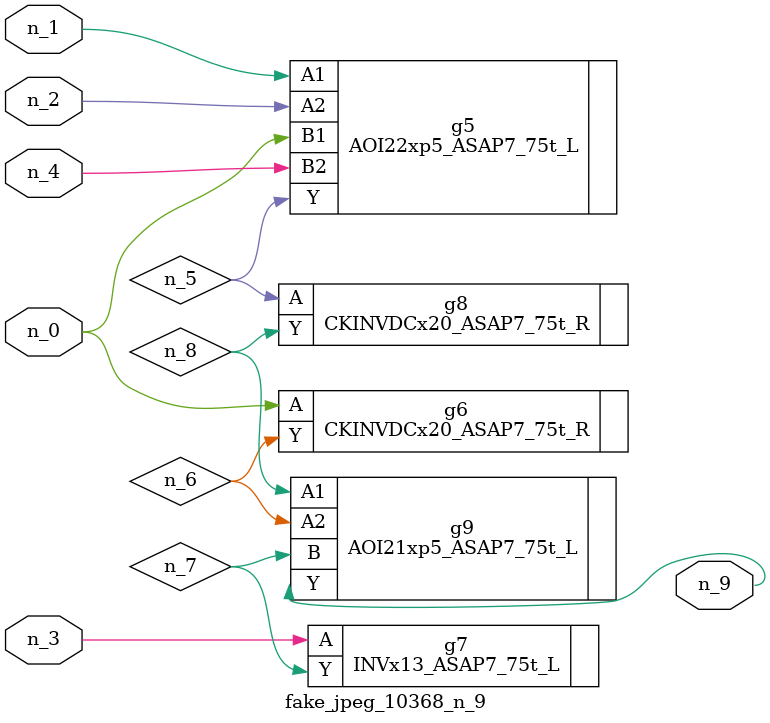
<source format=v>
module fake_jpeg_10368_n_9 (n_3, n_2, n_1, n_0, n_4, n_9);

input n_3;
input n_2;
input n_1;
input n_0;
input n_4;

output n_9;

wire n_8;
wire n_6;
wire n_5;
wire n_7;

AOI22xp5_ASAP7_75t_L g5 ( 
.A1(n_1),
.A2(n_2),
.B1(n_0),
.B2(n_4),
.Y(n_5)
);

CKINVDCx20_ASAP7_75t_R g6 ( 
.A(n_0),
.Y(n_6)
);

INVx13_ASAP7_75t_L g7 ( 
.A(n_3),
.Y(n_7)
);

CKINVDCx20_ASAP7_75t_R g8 ( 
.A(n_5),
.Y(n_8)
);

AOI21xp5_ASAP7_75t_L g9 ( 
.A1(n_8),
.A2(n_6),
.B(n_7),
.Y(n_9)
);


endmodule
</source>
